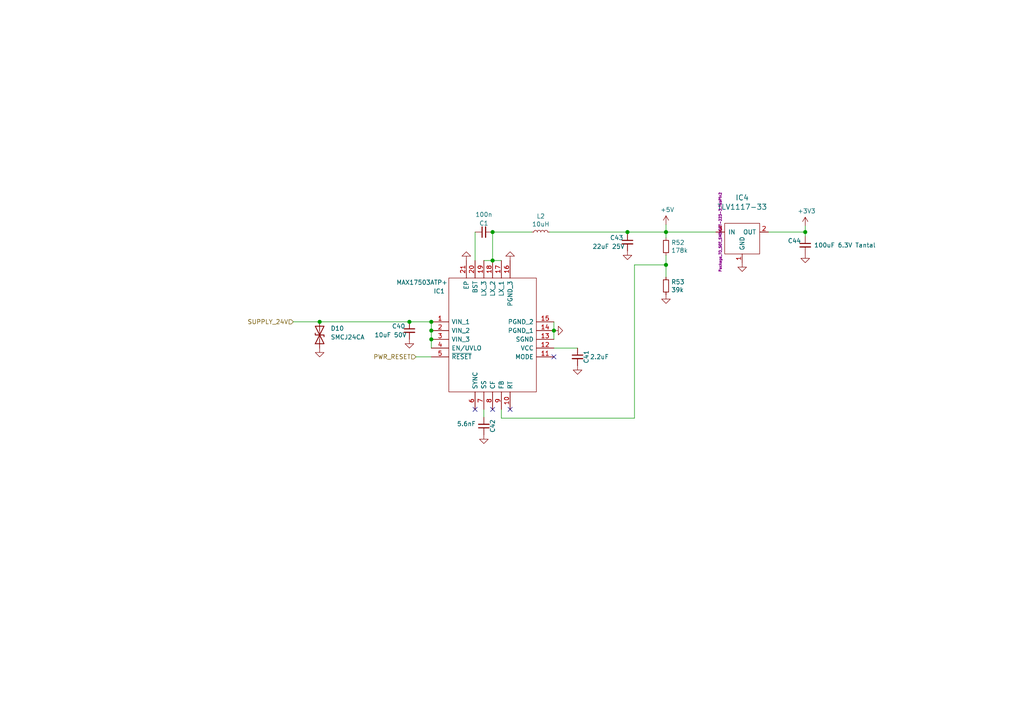
<source format=kicad_sch>
(kicad_sch (version 20210126) (generator eeschema)
  (paper "A4")
  (title_block (title "Uni printer") (date "2020-04-30") (rev "2.0") (company "Kartech") (comment 1 "jaroslaw.karwik@gmail.com"))
  (lib_symbols
    (symbol "Device:C_Small" (pin_numbers hide) (pin_names (offset 0.254) hide)
      (property "Reference" "C" (at 0.254 1.778 0))
      (property "Value" "C_Small" (at 0.254 -2.032 0))
      (symbol "C_Small_0_1"
        (polyline (pts (xy -1.524 -0.508) (xy 1.524 -0.508)) (stroke (width 0.3302)))
        (polyline (pts (xy -1.524 0.508) (xy 1.524 0.508)) (stroke (width 0.3048)))
      )
      (symbol "C_Small_1_1"
        (pin passive line (at 0 2.54 270) (length 2.032) (name "~") (number "1"))
        (pin passive line (at 0 -2.54 90) (length 2.032) (name "~") (number "2"))
      )
    )
    (symbol "Device:D_TVS" (pin_numbers hide) (pin_names (offset 1.016) hide)
      (property "Reference" "D" (at 0 2.54 0))
      (property "Value" "D_TVS" (at 0 -2.54 0))
      (symbol "D_TVS_0_1"
        (polyline (pts (xy 1.27 0) (xy -1.27 0)))
        (polyline (pts (xy 0.508 1.27) (xy 0 1.27) (xy 0 -1.27) (xy -0.508 -1.27)) (stroke (width 0.254)))
        (polyline (pts (xy -2.54 1.27) (xy -2.54 -1.27) (xy 2.54 1.27) (xy 2.54 -1.27) (xy -2.54 1.27)) (stroke (width 0.254)))
      )
      (symbol "D_TVS_1_1"
        (pin passive line (at -3.81 0 0) (length 2.54) (name "A1") (number "1"))
        (pin passive line (at 3.81 0 180) (length 2.54) (name "A2") (number "2"))
      )
    )
    (symbol "Device:L_Small" (pin_numbers hide) (pin_names (offset 0.254) hide)
      (property "Reference" "L" (at 0.762 1.016 0))
      (property "Value" "L_Small" (at 0.762 -1.016 0))
      (symbol "L_Small_0_1"
        (arc (start 0 -2.032) (end 0 -1.016) (radius (at 0 -1.524) (length 0.508) (angles -89.9 89.9)))
        (arc (start 0 -1.016) (end 0 0) (radius (at 0 -0.508) (length 0.508) (angles -89.9 89.9)))
        (arc (start 0 0) (end 0 1.016) (radius (at 0 0.508) (length 0.508) (angles -89.9 89.9)))
        (arc (start 0 1.016) (end 0 2.032) (radius (at 0 1.524) (length 0.508) (angles -89.9 89.9)))
      )
      (symbol "L_Small_1_1"
        (pin passive line (at 0 2.54 270) (length 0.508) (name "~") (number "1"))
        (pin passive line (at 0 -2.54 90) (length 0.508) (name "~") (number "2"))
      )
    )
    (symbol "Device:R_Small" (pin_numbers hide) (pin_names (offset 0.254) hide)
      (property "Reference" "R" (at 0.762 0.508 0))
      (property "Value" "R_Small" (at 0.762 -1.016 0))
      (symbol "R_Small_0_1"
        (rectangle (start -0.762 1.778) (end 0.762 -1.778) (stroke (width 0.2032)))
      )
      (symbol "R_Small_1_1"
        (pin passive line (at 0 2.54 270) (length 0.762) (name "~") (number "1"))
        (pin passive line (at 0 -2.54 90) (length 0.762) (name "~") (number "2"))
      )
    )
    (symbol "DriveAdd_Printer_v2-rescue:LM1117-step2cnc-Sensor_tank_v1-rescue-Uni_General_v1-rescue-Uni_Printer_v1-rescue-Uni_Printer-rescue" (pin_names (offset 1.016))
      (property "Reference" "IC" (at 3.81 -7.62 0))
      (property "Value" "LM1117-step2cnc-Sensor_tank_v1-rescue-Uni_General_v1-rescue-Uni_Printer_v1-rescue-Uni_Printer-rescue" (at 0 3.81 0))
      (symbol "LM1117-step2cnc-Sensor_tank_v1-rescue-Uni_General_v1-rescue-Uni_Printer_v1-rescue-Uni_Printer-rescue_0_1"
        (rectangle (start -5.08 2.54) (end 5.08 -6.35))
      )
      (symbol "LM1117-step2cnc-Sensor_tank_v1-rescue-Uni_General_v1-rescue-Uni_Printer_v1-rescue-Uni_Printer-rescue_1_1"
        (pin power_in line (at 0 -8.89 90) (length 2.54) (name "GND") (number "1"))
        (pin power_out line (at 7.62 0 180) (length 2.54) (name "OUT") (number "2"))
        (pin power_in line (at -7.62 0 0) (length 2.54) (name "IN") (number "3"))
      )
    )
    (symbol "MAX17503ATP+:MAX17503ATP+" (pin_names (offset 0.762))
      (property "Reference" "IC" (at 31.75 17.78 0))
      (property "Value" "MAX17503ATP+" (at 31.75 15.24 0))
      (symbol "MAX17503ATP+_0_0"
        (pin passive line (at 0 0 0) (length 5.08) (name "VIN_1") (number "1"))
        (pin passive line (at 0 -2.54 0) (length 5.08) (name "VIN_2") (number "2"))
        (pin passive line (at 0 -5.08 0) (length 5.08) (name "VIN_3") (number "3"))
        (pin passive line (at 0 -7.62 0) (length 5.08) (name "EN/UVLO") (number "4"))
        (pin passive line (at 0 -10.16 0) (length 5.08) (name "~RESET") (number "5"))
        (pin passive line (at 12.7 -25.4 90) (length 5.08) (name "SYNC") (number "6"))
        (pin passive line (at 15.24 -25.4 90) (length 5.08) (name "SS") (number "7"))
        (pin passive line (at 17.78 -25.4 90) (length 5.08) (name "CF") (number "8"))
        (pin passive line (at 20.32 -25.4 90) (length 5.08) (name "FB") (number "9"))
        (pin passive line (at 22.86 -25.4 90) (length 5.08) (name "RT") (number "10"))
        (pin passive line (at 35.56 0 180) (length 5.08) (name "PGND_2") (number "15"))
        (pin passive line (at 35.56 -2.54 180) (length 5.08) (name "PGND_1") (number "14"))
        (pin passive line (at 35.56 -5.08 180) (length 5.08) (name "SGND") (number "13"))
        (pin passive line (at 35.56 -7.62 180) (length 5.08) (name "VCC") (number "12"))
        (pin passive line (at 35.56 -10.16 180) (length 5.08) (name "MODE") (number "11"))
        (pin passive line (at 10.16 17.78 270) (length 5.08) (name "EP") (number "21"))
        (pin passive line (at 12.7 17.78 270) (length 5.08) (name "BST") (number "20"))
        (pin passive line (at 15.24 17.78 270) (length 5.08) (name "LX_3") (number "19"))
        (pin passive line (at 17.78 17.78 270) (length 5.08) (name "LX_2") (number "18"))
        (pin passive line (at 20.32 17.78 270) (length 5.08) (name "LX_1") (number "17"))
        (pin passive line (at 22.86 17.78 270) (length 5.08) (name "PGND_3") (number "16"))
      )
      (symbol "MAX17503ATP+_0_1"
        (polyline (pts (xy 5.08 12.7) (xy 30.48 12.7) (xy 30.48 -20.32) (xy 5.08 -20.32) (xy 5.08 12.7)) (stroke (width 0.1524)))
      )
    )
    (symbol "power:+3V3" (power) (pin_names (offset 0))
      (property "Value" "+3V3" (at 0 3.556 0))
      (symbol "+3V3_0_1"
        (polyline (pts (xy -0.762 1.27) (xy 0 2.54)))
        (polyline (pts (xy 0 0) (xy 0 2.54)))
        (polyline (pts (xy 0 2.54) (xy 0.762 1.27)))
      )
      (symbol "+3V3_1_1"
        (pin power_in line (at 0 0 90) (length 0) hide (name "+3V3") (number "1"))
      )
    )
    (symbol "power:+5V" (power) (pin_names (offset 0))
      (property "Value" "+5V" (at 0 3.556 0))
      (symbol "+5V_0_1"
        (polyline (pts (xy -0.762 1.27) (xy 0 2.54)))
        (polyline (pts (xy 0 0) (xy 0 2.54)))
        (polyline (pts (xy 0 2.54) (xy 0.762 1.27)))
      )
      (symbol "+5V_1_1"
        (pin power_in line (at 0 0 90) (length 0) hide (name "+5V") (number "1"))
      )
    )
    (symbol "power:GND" (power) (pin_names (offset 0))
      (property "Value" "GND" (at 0 -3.81 0))
      (symbol "GND_0_1"
        (polyline (pts (xy 0 0) (xy 0 -1.27) (xy 1.27 -1.27) (xy 0 -2.54) (xy -1.27 -1.27) (xy 0 -1.27)))
      )
      (symbol "GND_1_1"
        (pin power_in line (at 0 0 270) (length 0) hide (name "GND") (number "1"))
      )
    )
  )
  (junction (at 92.71 93.345) (diameter 1.016))
  (junction (at 118.745 93.345) (diameter 1.016))
  (junction (at 125.095 93.345) (diameter 1.016))
  (junction (at 125.095 95.885) (diameter 1.016))
  (junction (at 125.095 98.425) (diameter 1.016))
  (junction (at 142.875 67.31) (diameter 1.016))
  (junction (at 142.875 75.565) (diameter 1.016))
  (junction (at 160.655 95.885) (diameter 1.016))
  (junction (at 181.991 67.31) (diameter 1.016))
  (junction (at 193.167 67.31) (diameter 1.016))
  (junction (at 193.167 76.835) (diameter 1.016))
  (junction (at 233.553 67.31) (diameter 1.016))
  (no_connect (at 137.795 118.745))
  (no_connect (at 142.875 118.745))
  (no_connect (at 147.955 118.745))
  (no_connect (at 160.655 103.505))
  (wire (pts (xy 85.09 93.345) (xy 92.71 93.345)))
  (wire (pts (xy 92.71 93.345) (xy 118.745 93.345)))
  (wire (pts (xy 118.745 93.345) (xy 125.095 93.345)))
  (wire (pts (xy 120.65 103.505) (xy 125.095 103.505)))
  (wire (pts (xy 125.095 93.345) (xy 125.095 95.885)))
  (wire (pts (xy 125.095 95.885) (xy 125.095 98.425)))
  (wire (pts (xy 125.095 98.425) (xy 125.095 100.965)))
  (wire (pts (xy 137.795 67.31) (xy 137.795 75.565)))
  (wire (pts (xy 140.335 75.565) (xy 142.875 75.565)))
  (wire (pts (xy 140.335 118.745) (xy 140.335 121.031)))
  (wire (pts (xy 142.875 67.31) (xy 142.875 75.565)))
  (wire (pts (xy 142.875 67.31) (xy 154.305 67.31)))
  (wire (pts (xy 142.875 75.565) (xy 145.415 75.565)))
  (wire (pts (xy 145.415 118.745) (xy 145.415 121.285)))
  (wire (pts (xy 145.415 121.285) (xy 184.023 121.285)))
  (wire (pts (xy 159.385 67.31) (xy 181.991 67.31)))
  (wire (pts (xy 160.655 93.345) (xy 160.655 95.885)))
  (wire (pts (xy 160.655 95.885) (xy 160.655 98.425)))
  (wire (pts (xy 160.655 100.965) (xy 167.513 100.965)))
  (wire (pts (xy 181.991 67.31) (xy 181.991 67.691)))
  (wire (pts (xy 181.991 67.31) (xy 193.167 67.31)))
  (wire (pts (xy 184.023 76.835) (xy 193.167 76.835)))
  (wire (pts (xy 184.023 121.285) (xy 184.023 76.835)))
  (wire (pts (xy 193.167 65.151) (xy 193.167 67.31)))
  (wire (pts (xy 193.167 67.31) (xy 193.167 68.961)))
  (wire (pts (xy 193.167 67.31) (xy 207.645 67.31)))
  (wire (pts (xy 193.167 74.041) (xy 193.167 76.835)))
  (wire (pts (xy 193.167 76.835) (xy 193.167 80.391)))
  (wire (pts (xy 222.885 67.31) (xy 233.553 67.31)))
  (wire (pts (xy 233.553 65.532) (xy 233.553 67.31)))
  (wire (pts (xy 233.553 67.31) (xy 233.553 68.58)))
  (hierarchical_label "SUPPLY_24V" (shape input) (at 85.09 93.345 180))
  (hierarchical_label "PWR_RESET" (shape input) (at 120.65 103.505 180))
  (symbol (lib_id "Device:L_Small") (at 156.845 67.31 90) (unit 1)
    (property "Reference" "L2" (at 156.845 62.713 90))
    (property "Value" "10uH" (at 156.845 65.024 90))
    (property "Footprint" "moje:HPI0630" (effects hide))
    (property "TME" "HPI0630-100" (effects hide))
  )
  (symbol (lib_id "power:+5V") (at 193.167 65.151 0) (unit 1)
    (property "Reference" "#PWR04" (effects hide))
    (property "Value" "+5V" (at 193.548 60.833 0))
  )
  (symbol (lib_id "power:+3V3") (at 233.553 65.532 0) (unit 1)
    (property "Reference" "#PWR023" (effects hide))
    (property "Value" "+3V3" (at 233.934 61.214 0))
  )
  (symbol (lib_id "power:GND") (at 92.71 100.965 0) (unit 1)
    (property "Reference" "#PWR0127" (effects hide))
    (property "Value" "GND-lampa_uv-cache-Sensor_tank_v1-rescue-Uni_General_v1-rescue-Uni_Printer_v1-rescue" (effects hide))
  )
  (symbol (lib_id "power:GND") (at 118.745 98.425 0) (unit 1)
    (property "Reference" "#PWR0126" (effects hide))
    (property "Value" "GND-lampa_uv-cache-Sensor_tank_v1-rescue-Uni_General_v1-rescue-Uni_Printer_v1-rescue" (effects hide))
  )
  (symbol (lib_id "power:GND") (at 135.255 75.565 180) (unit 1)
    (property "Reference" "#PWR0144" (effects hide))
    (property "Value" "GND-lampa_uv-cache-Sensor_tank_v1-rescue-Uni_General_v1-rescue-Uni_Printer_v1-rescue" (effects hide))
  )
  (symbol (lib_id "power:GND") (at 140.335 126.111 0) (unit 1)
    (property "Reference" "#PWR0143" (effects hide))
    (property "Value" "GND-lampa_uv-cache-Sensor_tank_v1-rescue-Uni_General_v1-rescue-Uni_Printer_v1-rescue" (effects hide))
  )
  (symbol (lib_id "power:GND") (at 147.955 75.565 180) (unit 1)
    (property "Reference" "#PWR0137" (effects hide))
    (property "Value" "GND-lampa_uv-cache-Sensor_tank_v1-rescue-Uni_General_v1-rescue-Uni_Printer_v1-rescue" (effects hide))
  )
  (symbol (lib_id "power:GND") (at 160.655 95.885 90) (unit 1)
    (property "Reference" "#PWR0145" (effects hide))
    (property "Value" "GND-lampa_uv-cache-Sensor_tank_v1-rescue-Uni_General_v1-rescue-Uni_Printer_v1-rescue" (effects hide))
  )
  (symbol (lib_id "power:GND") (at 167.513 106.045 0) (unit 1)
    (property "Reference" "#PWR0129" (effects hide))
    (property "Value" "GND-lampa_uv-cache-Sensor_tank_v1-rescue-Uni_General_v1-rescue-Uni_Printer_v1-rescue" (effects hide))
  )
  (symbol (lib_id "power:GND") (at 181.991 72.771 0) (unit 1)
    (property "Reference" "#PWR0130" (effects hide))
    (property "Value" "GND-lampa_uv-cache-Sensor_tank_v1-rescue-Uni_General_v1-rescue-Uni_Printer_v1-rescue" (effects hide))
  )
  (symbol (lib_id "power:GND") (at 193.167 85.471 0) (unit 1)
    (property "Reference" "#PWR0128" (effects hide))
    (property "Value" "GND-lampa_uv-cache-Sensor_tank_v1-rescue-Uni_General_v1-rescue-Uni_Printer_v1-rescue" (effects hide))
  )
  (symbol (lib_id "power:GND") (at 215.265 76.2 0) (unit 1)
    (property "Reference" "#PWR0133" (effects hide))
    (property "Value" "GND-lampa_uv-cache-Sensor_tank_v1-rescue-Uni_General_v1-rescue-Uni_Printer_v1-rescue" (effects hide))
  )
  (symbol (lib_id "power:GND") (at 233.553 73.66 0) (unit 1)
    (property "Reference" "#PWR0135" (effects hide))
    (property "Value" "GND-lampa_uv-cache-Sensor_tank_v1-rescue-Uni_General_v1-rescue-Uni_Printer_v1-rescue" (effects hide))
  )
  (symbol (lib_id "Device:R_Small") (at 193.167 71.501 0) (unit 1)
    (property "Reference" "R52" (at 194.666 70.358 0) (effects (justify left)))
    (property "Value" "178k" (at 194.666 72.644 0) (effects (justify left)))
    (property "Footprint" "Resistor_SMD:R_0603_1608Metric" (effects hide))
    (property "TME" "CQ0603-180K-1%" (effects hide))
  )
  (symbol (lib_id "Device:R_Small") (at 193.167 82.931 0) (unit 1)
    (property "Reference" "R53" (at 194.666 81.788 0) (effects (justify left)))
    (property "Value" "39k" (at 194.666 84.074 0) (effects (justify left)))
    (property "Footprint" "Resistor_SMD:R_0603_1608Metric" (effects hide))
    (property "TME" "WF06P-39K-5%" (effects hide))
  )
  (symbol (lib_id "Device:C_Small") (at 118.745 95.885 0) (unit 1)
    (property "Reference" "C40" (at 113.665 94.615 0) (effects (justify left)))
    (property "Value" "10uF 50V" (at 108.585 97.155 0) (effects (justify left)))
    (property "Footprint" "Capacitor_SMD:C_1210_3225Metric" (effects hide))
    (property "TME" "1210B106K500CT" (effects hide))
  )
  (symbol (lib_id "Device:C_Small") (at 140.335 67.31 90) (unit 1)
    (property "Reference" "C1" (at 140.335 64.77 90))
    (property "Value" "100n" (at 140.335 62.23 90))
    (property "Footprint" "Capacitor_SMD:C_0603_1608Metric" (effects hide))
    (property "TME" "C0603C104K3RAC" (effects hide))
  )
  (symbol (lib_id "Device:C_Small") (at 140.335 123.571 180) (unit 1)
    (property "Reference" "C42" (at 142.875 123.571 90))
    (property "Value" "5.6nF" (at 135.255 122.936 0))
    (property "Footprint" "Capacitor_SMD:C_0603_1608Metric" (effects hide))
    (property "TME" "0603B562K500CT" (effects hide))
  )
  (symbol (lib_id "Device:C_Small") (at 167.513 103.505 0) (unit 1)
    (property "Reference" "C41" (at 170.053 103.505 90))
    (property "Value" "2.2uF" (at 173.863 103.505 0))
    (property "Footprint" "Capacitor_SMD:C_0603_1608Metric" (effects hide))
    (property "TME" "CL10A225KP8NNNC" (effects hide))
  )
  (symbol (lib_id "Device:C_Small") (at 181.991 70.231 0) (unit 1)
    (property "Reference" "C43" (at 176.911 68.961 0) (effects (justify left)))
    (property "Value" "22uF 25V" (at 171.831 71.501 0) (effects (justify left)))
    (property "Footprint" "Capacitor_SMD:C_1210_3225Metric" (effects hide))
    (property "TME" "CL32A226KAJNNNE" (effects hide))
  )
  (symbol (lib_id "Device:C_Small") (at 233.553 71.12 0) (unit 1)
    (property "Reference" "C44" (at 228.473 69.85 0) (effects (justify left)))
    (property "Value" "100uF 6.3V Tantal" (at 236.093 71.12 0) (effects (justify left)))
    (property "Footprint" "Capacitor_Tantalum_SMD:CP_EIA-6032-28_Kemet-C" (effects hide))
    (property "TME" "293D107X96R3D2TE3" (effects hide))
  )
  (symbol (lib_id "Device:D_TVS") (at 92.71 97.155 90) (unit 1)
    (property "Reference" "D10" (at 95.885 95.25 90) (effects (justify right)))
    (property "Value" "SMCJ24CA" (at 95.885 97.79 90) (effects (justify right)))
    (property "Footprint" "Diode_SMD:D_SMC" (effects hide))
    (property "TME" "SMCJ24CA" (effects hide))
  )
  (symbol (lib_id "DriveAdd_Printer_v2-rescue:LM1117-step2cnc-Sensor_tank_v1-rescue-Uni_General_v1-rescue-Uni_Printer_v1-rescue-Uni_Printer-rescue") (at 215.265 67.31 0) (unit 1)
    (property "Reference" "IC4" (at 215.265 57.328 0) (effects (font (size 1.524 1.524))))
    (property "Value" "TLV1117-33" (at 215.265 60.0202 0) (effects (font (size 1.524 1.524))))
    (property "Footprint" "Package_TO_SOT_SMD:SOT-223-3_TabPin2" (at 208.915 67.31 90) (effects (font (size 0.7112 0.7112))))
    (property "TME" "TLV1117-33CDCYG3" (effects hide))
  )
  (symbol (lib_id "MAX17503ATP+:MAX17503ATP+") (at 125.095 93.345 0) (unit 1)
    (property "Reference" "IC1" (at 125.73 84.455 0) (effects (justify left)))
    (property "Value" "MAX17503ATP+" (at 114.935 81.915 0) (effects (justify left)))
    (property "Footprint" "moje:QFN50P400X400X80-21N" (effects hide))
    (property "Datasheet" "https://pdfserv.maximintegrated.com/en/ds/MAX17503.pdf" (effects hide))
    (property "Description" "MAXIM INTEGRATED PRODUCTS - MAX17503ATP+ - DC-DC Switching Sync-Buck (Step Down)Regulator, Adj, 4.5V-60Vin, 900mV-54V/2.5A out, 2.2MHz, TQFN-20" (effects hide))
    (property "Height" "0.8" (effects hide))
    (property "Manufacturer_Name" "Maxim Integrated" (effects hide))
    (property "Manufacturer_Part_Number" "MAX17503ATP+" (effects hide))
    (property "Mouser Part Number" "700-MAX17503ATP+" (effects hide))
    (property "Mouser Price/Stock" "https://www.mouser.com/Search/Refine.aspx?Keyword=700-MAX17503ATP%2B" (effects hide))
    (property "Digi" "MAX17503ATP+-ND" (effects hide))
  )
)
</source>
